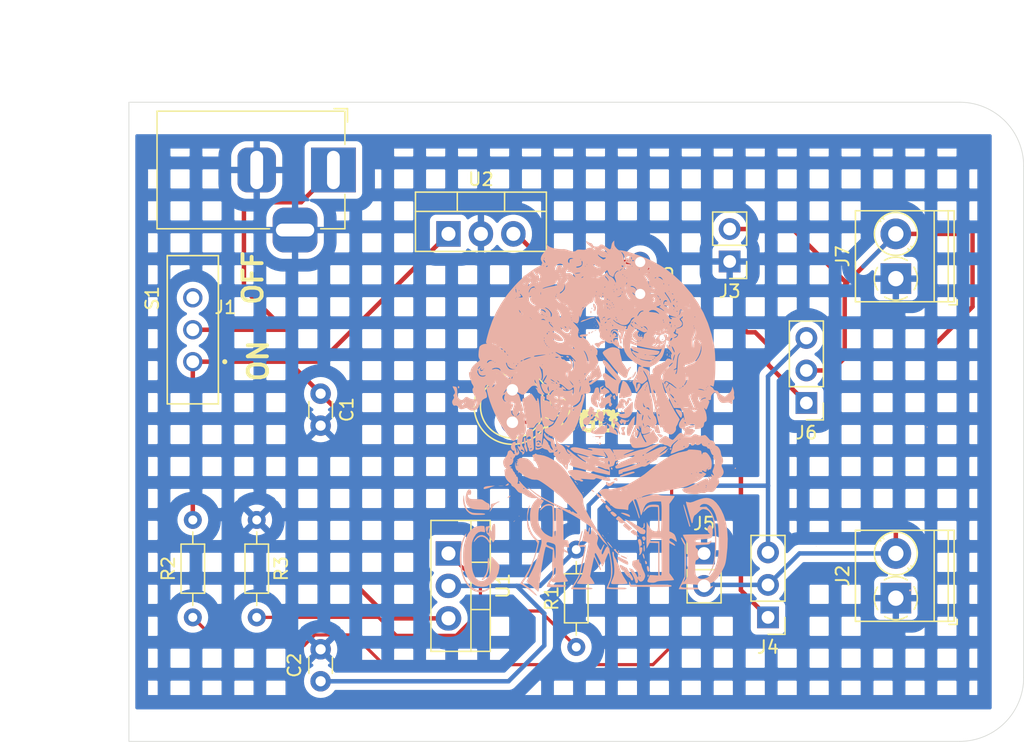
<source format=kicad_pcb>
(kicad_pcb (version 20240108) (generator "pcbnew") (generator_version "8.0")
  (title_block (title "VietNam Semiconductor") (date "2024-10-06") (rev "1.0.0") (company "VietNam Semiconductor") (comment 1 "VietNam Semiconductor") (comment 2 "VietNam Semiconductor") (comment 3 "VietNam Semiconductor") (comment 4 "VietNam Semiconductor") (comment 5 "VietNam Semiconductor") (comment 6 "VietNam Semiconductor") (comment 7 "VietNam Semiconductor") (comment 8 "VietNam Semiconductor") (comment 9 "VietNam Semiconductor"))
  (layers (0 "F.Cu" signal) (31 "B.Cu" signal) (34 "B.Paste" user) (35 "F.Paste" user) (36 "B.SilkS" user "B.Silkscreen") (37 "F.SilkS" user "F.Silkscreen") (38 "B.Mask" user) (39 "F.Mask" user) (44 "Edge.Cuts" user))
  (net 0 "")
  (net 1 "GND")
  (net 2 "/12V")
  (net 3 "/3.3V")
  (net 4 "/5V")
  (net 5 "Net-(R2-+)")
  (net 6 "Net-(R1-+)")
  (net 7 "/PWR_input")
  (net 8 "/PWR_output")
  (footprint "Package_TO_SOT_THT:TO-220-3_Vertical" (layer "F.Cu") (at 120 100.3 -90)
    (property "Reference" "U1" (at 2.54 -4.27 90) (layer "F.SilkS"))
    (property "Value" "LM317_TO-220")
    (pad "1" thru_hole rect (at 0 0 270) (size 1.905 2) (drill 1.1) (layers "*.Cu" "*.Mask") (net 6 "Net-(R1-+)"))
    (pad "2" thru_hole oval (at 2.54 0 270) (size 1.905 2) (drill 1.1) (layers "*.Cu" "*.Mask") (net 3 "/3.3V"))
    (pad "3" thru_hole oval (at 5.08 0 270) (size 1.905 2) (drill 1.1) (layers "*.Cu" "*.Mask") (net 2 "/12V"))
  )
  (footprint "Resistor_THT:R_Axial_DIN0204_L3.6mm_D1.6mm_P7.62mm_Horizontal" (layer "F.Cu") (at 100 105.3 90)
    (property "Reference" "R2" (at 3.81 -1.92 90) (layer "F.SilkS"))
    (property "Value" "330")
    (pad "1" thru_hole circle (at 0 0 90) (size 1.4 1.4) (drill 0.7) (layers "*.Cu" "*.Mask") (net 5 "Net-(R2-+)"))
    (pad "2" thru_hole oval (at 7.62 0 90) (size 1.4 1.4) (drill 0.7) (layers "*.Cu" "*.Mask") (net 2 "/12V"))
  )
  (footprint "EG1218:SW_EG1218" (layer "F.Cu") (at 100 82.8 90)
    (property "Reference" "S1" (at 2.46 -3.175 90) (layer "F.SilkS"))
    (property "Value" "EG1218")
    (pad "1" thru_hole circle (at -2.5 0 90) (size 1.508 1.508) (drill 1) (layers "*.Cu" "*.Mask") (net 2 "/12V"))
    (pad "2" thru_hole circle (at 0 0 90) (size 1.508 1.508) (drill 1) (layers "*.Cu" "*.Mask") (net 7 "/PWR_input"))
    (pad "3" thru_hole circle (at 2.5 0 90) (size 1.508 1.508) (drill 1) (layers "*.Cu" "*.Mask"))
  )
  (footprint "Connector_PinHeader_2.54mm:PinHeader_1x02_P2.54mm_Vertical" (layer "F.Cu") (at 142 77.46 180)
    (property "Reference" "J3" (at 0 -2.33 0) (layer "F.SilkS"))
    (property "Value" "PINHD_1x2_Male")
    (pad "1" thru_hole rect (at 0 0 180) (size 1.7 1.7) (drill 1) (layers "*.Cu" "*.Mask") (net 1 "GND"))
    (pad "2" thru_hole oval (at 0 2.54 180) (size 1.7 1.7) (drill 1) (layers "*.Cu" "*.Mask") (net 8 "/PWR_output"))
  )
  (footprint "Resistor_THT:R_Axial_DIN0204_L3.6mm_D1.6mm_P7.62mm_Horizontal" (layer "F.Cu") (at 130 107.62 90)
    (property "Reference" "R1" (at 3.81 -1.92 90) (layer "F.SilkS"))
    (property "Value" "330")
    (pad "1" thru_hole circle (at 0 0 90) (size 1.4 1.4) (drill 0.7) (layers "*.Cu" "*.Mask") (net 6 "Net-(R1-+)"))
    (pad "2" thru_hole oval (at 7.62 0 90) (size 1.4 1.4) (drill 0.7) (layers "*.Cu" "*.Mask") (net 3 "/3.3V"))
  )
  (footprint "Package_TO_SOT_THT:TO-220-3_Vertical" (layer "F.Cu") (at 120 75.3)
    (property "Reference" "U2" (at 2.54 -4.27 0) (layer "F.SilkS"))
    (property "Value" "LM7805_TO220")
    (pad "1" thru_hole rect (at 0 0) (size 1.905 2) (drill 1.1) (layers "*.Cu" "*.Mask") (net 2 "/12V"))
    (pad "2" thru_hole oval (at 2.54 0) (size 1.905 2) (drill 1.1) (layers "*.Cu" "*.Mask") (net 1 "GND"))
    (pad "3" thru_hole oval (at 5.08 0) (size 1.905 2) (drill 1.1) (layers "*.Cu" "*.Mask") (net 4 "/5V"))
  )
  (footprint "Connector_PinHeader_2.54mm:PinHeader_1x03_P2.54mm_Vertical" (layer "F.Cu") (at 148 88.525 180)
    (property "Reference" "J6" (at 0 -2.33 0) (layer "F.SilkS"))
    (property "Value" "PINHD_1x3_Male")
    (pad "1" thru_hole rect (at 0 0 180) (size 1.7 1.7) (drill 1) (layers "*.Cu" "*.Mask") (net 4 "/5V"))
    (pad "2" thru_hole oval (at 0 2.54 180) (size 1.7 1.7) (drill 1) (layers "*.Cu" "*.Mask") (net 8 "/PWR_output"))
    (pad "3" thru_hole oval (at 0 5.08 180) (size 1.7 1.7) (drill 1) (layers "*.Cu" "*.Mask") (net 3 "/3.3V"))
  )
  (footprint "Capacitor_THT:C_Disc_D3.0mm_W1.6mm_P2.50mm" (layer "F.Cu") (at 110 87.8 -90)
    (property "Reference" "C1" (at 1.25 -2.05 90) (layer "F.SilkS"))
    (property "Value" "10U")
    (pad "1" thru_hole circle (at 0 0 270) (size 1.6 1.6) (drill 0.8) (layers "*.Cu" "*.Mask") (net 2 "/12V"))
    (pad "2" thru_hole circle (at 2.5 0 270) (size 1.6 1.6) (drill 0.8) (layers "*.Cu" "*.Mask") (net 1 "GND"))
  )
  (footprint "Capacitor_THT:C_Disc_D3.0mm_W1.6mm_P2.50mm" (layer "F.Cu") (at 110 110.3 90)
    (property "Reference" "C2" (at 1.25 -2.05 90) (layer "F.SilkS"))
    (property "Value" "0.1U")
    (pad "1" thru_hole circle (at 0 0 90) (size 1.6 1.6) (drill 0.8) (layers "*.Cu" "*.Mask") (net 3 "/3.3V"))
    (pad "2" thru_hole circle (at 2.5 0 90) (size 1.6 1.6) (drill 0.8) (layers "*.Cu" "*.Mask") (net 1 "GND"))
  )
  (footprint "Connector_PinHeader_2.54mm:PinHeader_1x02_P2.54mm_Vertical" (layer "F.Cu") (at 140 100.3)
    (property "Reference" "J5" (at 0 -2.33 0) (layer "F.SilkS"))
    (property "Value" "PINHD_1x2_Male")
    (pad "1" thru_hole rect (at 0 0) (size 1.7 1.7) (drill 1) (layers "*.Cu" "*.Mask") (net 1 "GND"))
    (pad "2" thru_hole oval (at 0 2.54) (size 1.7 1.7) (drill 1) (layers "*.Cu" "*.Mask") (net 8 "/PWR_output"))
  )
  (footprint "Capacitor_THT:C_Disc_D3.0mm_W1.6mm_P2.50mm" (layer "F.Cu") (at 135 77.5 -90)
    (property "Reference" "C3" (at 1.25 -2.05 90) (layer "F.SilkS"))
    (property "Value" "1U")
    (pad "1" thru_hole circle (at 0 0 270) (size 1.6 1.6) (drill 0.8) (layers "*.Cu" "*.Mask") (net 4 "/5V"))
    (pad "2" thru_hole circle (at 2.5 0 270) (size 1.6 1.6) (drill 0.8) (layers "*.Cu" "*.Mask") (net 1 "GND"))
  )
  (footprint "Resistor_THT:R_Axial_DIN0204_L3.6mm_D1.6mm_P7.62mm_Horizontal" (layer "F.Cu") (at 105 97.68 -90)
    (property "Reference" "R3" (at 3.81 -1.92 90) (layer "F.SilkS"))
    (property "Value" "560")
    (pad "1" thru_hole circle (at 0 0 270) (size 1.4 1.4) (drill 0.7) (layers "*.Cu" "*.Mask") (net 1 "GND"))
    (pad "2" thru_hole oval (at 7.62 0 270) (size 1.4 1.4) (drill 0.7) (layers "*.Cu" "*.Mask") (net 6 "Net-(R1-+)"))
  )
  (footprint "LED_THT:LED_D5.0mm" (layer "F.Cu") (at 125 87.5 -90)
    (property "Reference" "D1" (at 1.27 -3.96 90) (layer "F.SilkS"))
    (property "Value" "LED")
    (pad "1" thru_hole rect (at 0 0 270) (size 1.8 1.8) (drill 0.9) (layers "*.Cu" "*.Mask") (net 1 "GND"))
    (pad "2" thru_hole circle (at 2.54 0 270) (size 1.8 1.8) (drill 0.9) (layers "*.Cu" "*.Mask") (net 5 "Net-(R2-+)"))
  )
  (footprint "Connector_PinHeader_2.54mm:PinHeader_1x03_P2.54mm_Vertical" (layer "F.Cu") (at 145 105.3 180)
    (property "Reference" "J4" (at 0 -2.33 0) (layer "F.SilkS"))
    (property "Value" "PINHD_1x3_Male")
    (pad "1" thru_hole rect (at 0 0 180) (size 1.7 1.7) (drill 1) (layers "*.Cu" "*.Mask") (net 4 "/5V"))
    (pad "2" thru_hole oval (at 0 2.54 180) (size 1.7 1.7) (drill 1) (layers "*.Cu" "*.Mask") (net 8 "/PWR_output"))
    (pad "3" thru_hole oval (at 0 5.08 180) (size 1.7 1.7) (drill 1) (layers "*.Cu" "*.Mask") (net 3 "/3.3V"))
  )
  (footprint "TerminalBlock_Phoenix:TerminalBlock_Phoenix_PT-1,5-2-3.5-H_1x02_P3.50mm_Horizontal" (layer "F.Cu") (at 155 78.8 90)
    (property "Reference" "J7" (at 1.75 -4.16 90) (layer "F.SilkS"))
    (property "Value" "Screw_Terminal_2_P3.50mm")
    (pad "1" thru_hole rect (at 0 0 90) (size 2.4 2.4) (drill 1.2) (layers "*.Cu" "*.Mask") (net 1 "GND"))
    (pad "2" thru_hole circle (at 3.5 0 90) (size 2.4 2.4) (drill 1.2) (layers "*.Cu" "*.Mask") (net 8 "/PWR_output"))
  )
  (footprint "Connector_BarrelJack:BarrelJack_Horizontal" (layer "F.Cu") (at 111 70.3)
    (property "Reference" "J1" (at -8.45 10.75 0) (layer "F.SilkS"))
    (property "Value" "Barrel_Jack_Switch")
    (pad "1" thru_hole rect (at 0 0) (size 3.5 3.5) (drill oval 1 3) (layers "*.Cu" "*.Mask") (net 7 "/PWR_input"))
    (pad "2" thru_hole roundrect (at -6 0) (size 3 3.5) (drill oval 1 3) (layers "*.Cu" "*.Mask") (net 1 "GND"))
    (pad "3" thru_hole roundrect (at -3 4.7) (size 3.5 3.5) (drill oval 3 1) (layers "*.Cu" "*.Mask") (net 1 "GND"))
  )
  (footprint "TerminalBlock_Phoenix:TerminalBlock_Phoenix_PT-1,5-2-3.5-H_1x02_P3.50mm_Horizontal" (layer "F.Cu") (at 155 103.8 90)
    (property "Reference" "J2" (at 1.75 -4.16 90) (layer "F.SilkS"))
    (property "Value" "Screw_Terminal_2_P3.50mm")
    (pad "1" thru_hole rect (at 0 0 90) (size 2.4 2.4) (drill 1.2) (layers "*.Cu" "*.Mask") (net 1 "GND"))
    (pad "2" thru_hole circle (at 3.5 0 90) (size 2.4 2.4) (drill 1.2) (layers "*.Cu" "*.Mask") (net 8 "/PWR_output"))
  )
  (footprint "EG1218:LUFFY" (layer "B.Cu") (at 131 90 180)
    (property "Reference" "G***" (at 0 0 0) (layer "F.SilkS") (effects (font (size 1.5 1.5) (thickness 0.3))))
    (property "Value" "LOGO" (at 0.75 0 0) (layer "F.SilkS") (effects (font (size 1.5 1.5) (thickness 0.3))))
  )
  (gr_line (start 95 115) (end 160 115) (stroke (width 0.05)) (layer "Edge.Cuts"))
  (gr_arc (start 160 65) (mid 163.535534 66.464466) (end 165 70) (stroke (width 0.05)) (layer "Edge.Cuts"))
  (gr_line (start 165 70) (end 165 110) (stroke (width 0.05)) (layer "Edge.Cuts"))
  (gr_line (start 160 65) (end 95 65) (stroke (width 0.05)) (layer "Edge.Cuts"))
  (gr_arc (start 165 110) (mid 163.535534 113.535534) (end 160 115) (stroke (width 0.05)) (layer "Edge.Cuts"))
  (gr_line (start 95 65) (end 95 115) (stroke (width 0.05)) (layer "Edge.Cuts"))
  (gr_text "ON\n" (at 106 87 90) (layer "F.SilkS") (effects (font (size 1.5 1.5) (thickness 0.3) (bold yes)) (justify left bottom)))
  (gr_text "OFF\n\n" (at 108 81 90) (layer "F.SilkS") (effects (font (size 1.5 1.5) (thickness 0.3) (bold yes)) (justify left bottom)))
  (segment (start 110 87.8) (end 112.5 90.3) (width 0.35) (layer "F.Cu") (net 2))
  (segment (start 107.5 85.3) (end 110 87.8) (width 0.35) (layer "F.Cu") (net 2))
  (segment (start 115.38 105.38) (end 120 105.38) (width 0.35) (layer "F.Cu") (net 2))
  (segment (start 112.5 102.5) (end 115.38 105.38) (width 0.35) (layer "F.Cu") (net 2))
  (segment (start 110 85.3) (end 120 75.3) (width 0.35) (layer "F.Cu") (net 2))
  (segment (start 112.5 90.3) (end 112.5 102.5) (width 0.35) (layer "F.Cu") (net 2))
  (segment (start 100 85.3) (end 100 97.68) (width 0.35) (layer "F.Cu") (net 2))
  (segment (start 100 85.3) (end 107.5 85.3) (width 0.35) (layer "F.Cu") (net 2))
  (segment (start 107.5 85.3) (end 110 85.3) (width 0.35) (layer "F.Cu") (net 2))
  (segment (start 145 95) (end 145 100.22) (width 0.35) (layer "B.Cu") (net 3))
  (segment (start 127.5 107.5) (end 127.5 105) (width 0.35) (layer "B.Cu") (net 3))
  (segment (start 127.16 102.84) (end 130 100) (width 0.35) (layer "B.Cu") (net 3))
  (segment (start 130 100) (end 130.975 99.025) (width 0.35) (layer "B.Cu") (net 3))
  (segment (start 148 83.445) (end 145 86.445) (width 0.35) (layer "B.Cu") (net 3))
  (segment (start 125.34 102.84) (end 120 102.84) (width 0.35) (layer "B.Cu") (net 3))
  (segment (start 145 86.445) (end 145 95) (width 0.35) (layer "B.Cu") (net 3))
  (segment (start 110 110.3) (end 124.7 110.3) (width 0.35) (layer "B.Cu") (net 3))
  (segment (start 125.34 102.84) (end 127.16 102.84) (width 0.35) (layer "B.Cu") (net 3))
  (segment (start 132.5 95) (end 145 95) (width 0.35) (layer "B.Cu") (net 3))
  (segment (start 130.975 99.025) (end 130.975 96.525) (width 0.35) (layer "B.Cu") (net 3))
  (segment (start 130.975 96.525) (end 132.5 95) (width 0.35) (layer "B.Cu") (net 3))
  (segment (start 127.5 105) (end 125.34 102.84) (width 0.35) (layer "B.Cu") (net 3))
  (segment (start 124.7 110.3) (end 127.5 107.5) (width 0.35) (layer "B.Cu") (net 3))
  (segment (start 142.88 82.5) (end 143.38 83) (width 0.35) (layer "F.Cu") (net 4))
  (segment (start 142.88 82.5) (end 142.88 103.18) (width 0.35) (layer "F.Cu") (net 4))
  (segment (start 135 77.5) (end 137.5 80) (width 0.35) (layer "F.Cu") (net 4))
  (segment (start 145 84) (end 145 85.525) (width 0.35) (layer "F.Cu") (net 4))
  (segment (start 142.88 103.18) (end 145 105.3) (width 0.35) (layer "F.Cu") (net 4))
  (segment (start 144 83) (end 145 84) (width 0.35) (layer "F.Cu") (net 4))
  (segment (start 125.3 75.3) (end 127.5 77.5) (width 0.35) (layer "F.Cu") (net 4))
  (segment (start 137.5 80) (end 137.5 82.5) (width 0.35) (layer "F.Cu") (net 4))
  (segment (start 127.5 77.5) (end 135 77.5) (width 0.35) (layer "F.Cu") (net 4))
  (segment (start 145 85.525) (end 148 88.525) (width 0.35) (layer "F.Cu") (net 4))
  (segment (start 143.38 83) (end 144 83) (width 0.35) (layer "F.Cu") (net 4))
  (segment (start 125.08 75.3) (end 125.3 75.3) (width 0.35) (layer "F.Cu") (net 4))
  (segment (start 137.5 82.5) (end 142.88 82.5) (width 0.35) (layer "F.Cu") (net 4))
  (segment (start 109.534009 106.675) (end 112.604682 106.675) (width 0.25) (layer "F.Cu") (net 5))
  (segment (start 136 109) (end 137.46 107.54) (width 0.25) (layer "F.Cu") (net 5))
  (segment (start 112.604682 106.675) (end 114.929682 109) (width 0.25) (layer "F.Cu") (net 5))
  (segment (start 137.46 107.54) (end 137.46 90.04) (width 0.25) (layer "F.Cu") (net 5))
  (segment (start 102.2 107.5) (end 108.709009 107.5) (width 0.25) (layer "F.Cu") (net 5))
  (segment (start 114.929682 109) (end 136 109) (width 0.25) (layer "F.Cu") (net 5))
  (segment (start 100 105.3) (end 102.2 107.5) (width 0.25) (layer "F.Cu") (net 5))
  (segment (start 108.709009 107.5) (end 109.534009 106.675) (width 0.25) (layer "F.Cu") (net 5))
  (segment (start 137.46 90.04) (end 125 90.04) (width 0.25) (layer "F.Cu") (net 5))
  (segment (start 122.5 102.8) (end 120 100.3) (width 0.25) (layer "F.Cu") (net 6))
  (segment (start 114.522182 105.3) (end 115.929682 106.7075) (width 0.25) (layer "F.Cu") (net 6))
  (segment (start 122.5 104.804869) (end 127.184869 104.804869) (width 0.25) (layer "F.Cu") (net 6))
  (segment (start 115.929682 106.7075) (end 120.597369 106.7075) (width 0.25) (layer "F.Cu") (net 6))
  (segment (start 127.184869 104.804869) (end 130 107.62) (width 0.25) (layer "F.Cu") (net 6))
  (segment (start 122.5 104.804869) (end 122.5 102.8) (width 0.25) (layer "F.Cu") (net 6))
  (segment (start 105 105.3) (end 114.522182 105.3) (width 0.25) (layer "F.Cu") (net 6))
  (segment (start 120.597369 106.7075) (end 122.5 104.804869) (width 0.25) (layer "F.Cu") (net 6))
  (segment (start 107.2 82.8) (end 100 82.8) (width 0.35) (layer "F.Cu") (net 7))
  (segment (start 108.475 72.825) (end 104 72.825) (width 0.35) (layer "F.Cu") (net 7))
  (segment (start 104 72.825) (end 104 79.6) (width 0.35) (layer "F.Cu") (net 7))
  (segment (start 104 79.6) (end 107.2 82.8) (width 0.35) (layer "F.Cu") (net 7))
  (segment (start 111 70.3) (end 108.475 72.825) (width 0.35) (layer "F.Cu") (net 7))
  (segment (start 151 85) (end 151 79.3) (width 0.35) (layer "F.Cu") (net 8))
  (segment (start 161 75) (end 160 75) (width 0.35) (layer "F.Cu") (net 8))
  (segment (start 151 79.3) (end 151.15 79.15) (width 0.35) (layer "F.Cu") (net 8))
  (segment (start 161 81) (end 161 75) (width 0.35) (layer "F.Cu") (net 8))
  (segment (start 151.15 79.15) (end 155 75.3) (width 0.35) (layer "F.Cu") (net 8))
  (segment (start 159.7 75.3) (end 155 75.3) (width 0.35) (layer "F.Cu") (net 8))
  (segment (start 155 85) (end 157 85) (width 0.35) (layer "F.Cu") (net 8))
  (segment (start 142 74.92) (end 146.92 74.92) (width 0.35) (layer "F.Cu") (net 8))
  (segment (start 146.92 74.92) (end 151.15 79.15) (width 0.35) (layer "F.Cu") (net 8))
  (segment (start 148 85.985) (end 150.015 85.985) (width 0.35) (layer "F.Cu") (net 8))
  (segment (start 150.015 85.985) (end 151 85) (width 0.35) (layer "F.Cu") (net 8))
  (segment (start 155 100.3) (end 155 85) (width 0.35) (layer "F.Cu") (net 8))
  (segment (start 157 85) (end 161 81) (width 0.35) (layer "F.Cu") (net 8))
  (segment (start 160 75) (end 159.7 75.3) (width 0.35) (layer "F.Cu") (net 8))
  (segment (start 152.46 77.84) (end 155 75.3) (width 0.35) (layer "B.Cu") (net 8))
  (segment (start 155 100.3) (end 147.46 100.3) (width 0.35) (layer "B.Cu") (net 8))
  (segment (start 145 102.76) (end 140.08 102.76) (width 0.35) (layer "B.Cu") (net 8))
  (segment (start 147.46 100.3) (end 145 102.76) (width 0.35) (layer "B.Cu") (net 8))
  (segment (start 140.08 102.76) (end 140 102.84) (width 0.35) (layer "B.Cu") (net 8))
  (zone (net 1) (net_name "GND") (layer "B.Cu") (connect_pads (clearance 0.5)) (min_thickness 0.25) (fill yes (mode hatch) (thermal_gap 0.5) (thermal_bridge_width 0.5) (hatch_thickness 1) (hatch_gap 1.5) (hatch_orientation 0) (hatch_smoothing_level 3) (hatch_smoothing_value 0.1) (hatch_border_algorithm hatch_thickness) (hatch_min_hole_area 0.3))
    (polygon (pts (xy 127.5 67.5) (xy 162.5 67.5) (xy 162.5 112.5) (xy 95 112.5) (xy 95 67.5)))
  )
)
</source>
